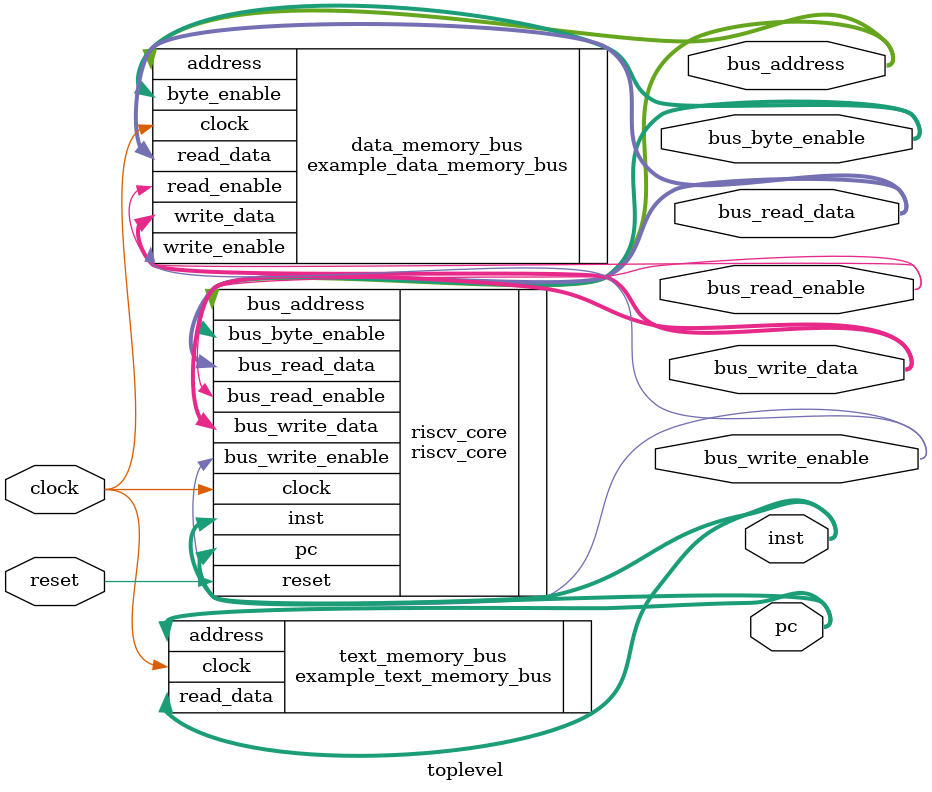
<source format=sv>

`include "config.sv"
`include "constants.sv"

module toplevel (
    input  clock,
    input  reset,

    output [31:0] bus_read_data,
    output [31:0] bus_address,
    output [31:0] bus_write_data,
    output [3:0]  bus_byte_enable,
    output        bus_read_enable,
    output        bus_write_enable,

    output [31:0] inst,
    output [31:0] pc
);

    riscv_core riscv_core (
        .clock                  (clock),
        .reset                  (reset),
        .inst                   (inst),
        .pc                     (pc),
        .bus_address            (bus_address),
        .bus_read_data          (bus_read_data),
        .bus_write_data         (bus_write_data),
        .bus_read_enable        (bus_read_enable),
        .bus_write_enable       (bus_write_enable),
        .bus_byte_enable        (bus_byte_enable)
    );

    example_text_memory_bus text_memory_bus (
        .clock                  (clock),
        .address                (pc),
        .read_data              (inst)
    );

    example_data_memory_bus data_memory_bus (
        .clock                  (clock),
        .address                (bus_address),
        .read_data              (bus_read_data),
        .write_data             (bus_write_data),
        .read_enable            (bus_read_enable),
        .write_enable           (bus_write_enable),
        .byte_enable            (bus_byte_enable)
    );

endmodule


</source>
